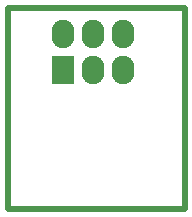
<source format=gbr>
G04 #@! TF.FileFunction,Soldermask,Bot*
%FSLAX46Y46*%
G04 Gerber Fmt 4.6, Leading zero omitted, Abs format (unit mm)*
G04 Created by KiCad (PCBNEW 4.0.6-e0-6349~52~ubuntu16.10.1) date Sun Mar 26 20:03:33 2017*
%MOMM*%
%LPD*%
G01*
G04 APERTURE LIST*
%ADD10C,0.100000*%
%ADD11C,0.500000*%
%ADD12R,1.924000X2.398980*%
%ADD13O,1.924000X2.398980*%
G04 APERTURE END LIST*
D10*
D11*
X111125000Y-55350000D02*
X111125000Y-72350000D01*
X126125000Y-55350000D02*
X111125000Y-55350000D01*
X126125000Y-72350000D02*
X126125000Y-55350000D01*
X111125000Y-72350000D02*
X126125000Y-72350000D01*
D12*
X115860000Y-60618920D03*
D13*
X115860000Y-57581080D03*
X118400000Y-60618920D03*
X118400000Y-57581080D03*
X120940000Y-60618920D03*
X120940000Y-57581080D03*
M02*

</source>
